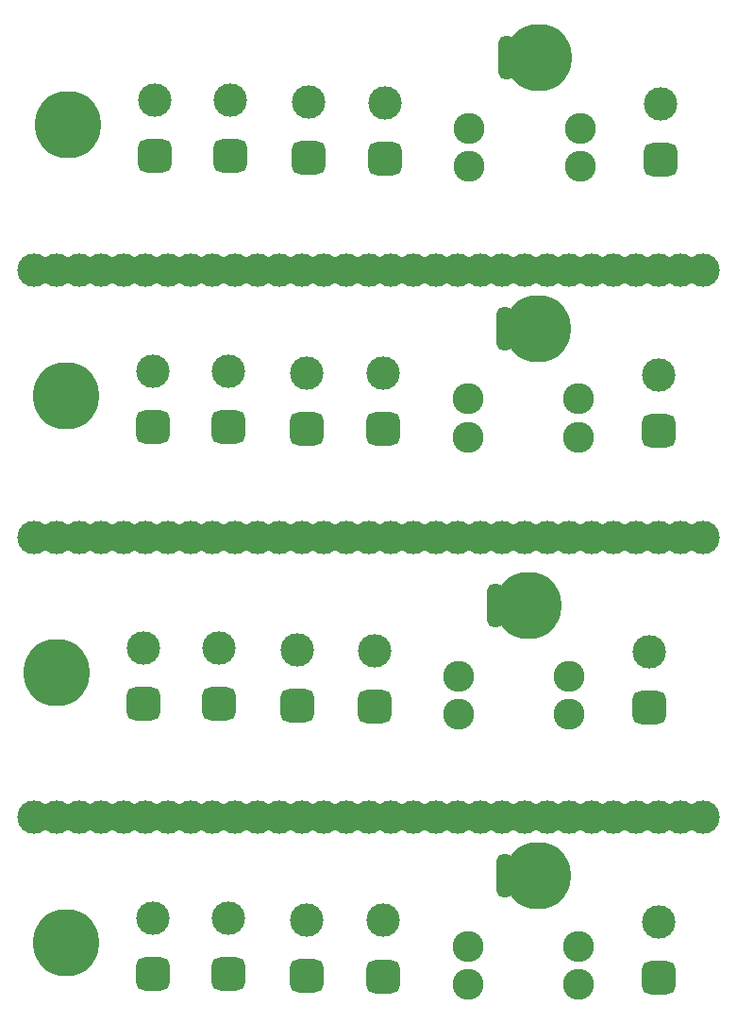
<source format=gbr>
%TF.GenerationSoftware,KiCad,Pcbnew,8.0.6*%
%TF.CreationDate,2024-11-20T20:18:15-05:00*%
%TF.ProjectId,RailsidePDB,5261696c-7369-4646-9550-44422e6b6963,rev?*%
%TF.SameCoordinates,Original*%
%TF.FileFunction,Soldermask,Bot*%
%TF.FilePolarity,Negative*%
%FSLAX46Y46*%
G04 Gerber Fmt 4.6, Leading zero omitted, Abs format (unit mm)*
G04 Created by KiCad (PCBNEW 8.0.6) date 2024-11-20 20:18:15*
%MOMM*%
%LPD*%
G01*
G04 APERTURE LIST*
G04 Aperture macros list*
%AMRoundRect*
0 Rectangle with rounded corners*
0 $1 Rounding radius*
0 $2 $3 $4 $5 $6 $7 $8 $9 X,Y pos of 4 corners*
0 Add a 4 corners polygon primitive as box body*
4,1,4,$2,$3,$4,$5,$6,$7,$8,$9,$2,$3,0*
0 Add four circle primitives for the rounded corners*
1,1,$1+$1,$2,$3*
1,1,$1+$1,$4,$5*
1,1,$1+$1,$6,$7*
1,1,$1+$1,$8,$9*
0 Add four rect primitives between the rounded corners*
20,1,$1+$1,$2,$3,$4,$5,0*
20,1,$1+$1,$4,$5,$6,$7,0*
20,1,$1+$1,$6,$7,$8,$9,0*
20,1,$1+$1,$8,$9,$2,$3,0*%
G04 Aperture macros list end*
%ADD10C,3.000000*%
%ADD11O,6.000000X6.000000*%
%ADD12RoundRect,0.750000X0.750000X-0.750000X0.750000X0.750000X-0.750000X0.750000X-0.750000X-0.750000X0*%
%ADD13O,1.500000X4.000000*%
%ADD14C,2.780000*%
G04 APERTURE END LIST*
D10*
%TO.C,*%
X91000000Y-135000000D03*
%TD*%
%TO.C,*%
X109000000Y-135000000D03*
%TD*%
%TO.C,*%
X113000000Y-135000000D03*
%TD*%
%TO.C,*%
X55000000Y-135000000D03*
%TD*%
%TO.C,*%
X107000000Y-135000000D03*
%TD*%
%TO.C,*%
X111000000Y-135000000D03*
%TD*%
%TO.C,*%
X101000000Y-135000000D03*
%TD*%
%TO.C,*%
X85000000Y-135000000D03*
%TD*%
%TO.C,*%
X99000000Y-135000000D03*
%TD*%
%TO.C,*%
X77000000Y-135000000D03*
%TD*%
%TO.C,*%
X53000000Y-135000000D03*
%TD*%
%TO.C,*%
X63000000Y-135000000D03*
%TD*%
%TO.C,*%
X69000000Y-135000000D03*
%TD*%
%TO.C,*%
X59000000Y-135000000D03*
%TD*%
%TO.C,*%
X79000000Y-135000000D03*
%TD*%
%TO.C,*%
X83000000Y-135000000D03*
%TD*%
%TO.C,*%
X67000000Y-135000000D03*
%TD*%
%TO.C,*%
X61000000Y-135000000D03*
%TD*%
%TO.C,*%
X103000000Y-135000000D03*
%TD*%
%TO.C,*%
X105000000Y-135000000D03*
%TD*%
%TO.C,*%
X87000000Y-135000000D03*
%TD*%
%TO.C,*%
X93000000Y-135000000D03*
%TD*%
%TO.C,*%
X97000000Y-135000000D03*
%TD*%
%TO.C,*%
X81000000Y-135000000D03*
%TD*%
%TO.C,*%
X89000000Y-135000000D03*
%TD*%
%TO.C,*%
X95000000Y-135000000D03*
%TD*%
%TO.C,*%
X75000000Y-135000000D03*
%TD*%
%TO.C,*%
X65000000Y-135000000D03*
%TD*%
%TO.C,*%
X57000000Y-135000000D03*
%TD*%
%TO.C,*%
X71000000Y-135000000D03*
%TD*%
%TO.C,*%
X73000000Y-135000000D03*
%TD*%
%TO.C,*%
X59000000Y-110000000D03*
%TD*%
%TO.C,*%
X61000000Y-110000000D03*
%TD*%
%TO.C,*%
X83000000Y-110000000D03*
%TD*%
%TO.C,*%
X87000000Y-110000000D03*
%TD*%
%TO.C,*%
X93000000Y-110000000D03*
%TD*%
%TO.C,*%
X81000000Y-110000000D03*
%TD*%
%TO.C,*%
X73000000Y-110000000D03*
%TD*%
%TO.C,*%
X67000000Y-110000000D03*
%TD*%
%TO.C,*%
X71000000Y-110000000D03*
%TD*%
%TO.C,*%
X65000000Y-110000000D03*
%TD*%
%TO.C,*%
X89000000Y-110000000D03*
%TD*%
%TO.C,*%
X95000000Y-110000000D03*
%TD*%
%TO.C,*%
X99000000Y-110000000D03*
%TD*%
%TO.C,*%
X79000000Y-110000000D03*
%TD*%
%TO.C,*%
X57000000Y-110000000D03*
%TD*%
%TO.C,*%
X91000000Y-110000000D03*
%TD*%
%TO.C,*%
X103000000Y-110000000D03*
%TD*%
%TO.C,*%
X107000000Y-110000000D03*
%TD*%
%TO.C,*%
X113000000Y-110000000D03*
%TD*%
%TO.C,*%
X85000000Y-110000000D03*
%TD*%
%TO.C,*%
X109000000Y-110000000D03*
%TD*%
%TO.C,*%
X101000000Y-110000000D03*
%TD*%
%TO.C,*%
X77000000Y-110000000D03*
%TD*%
%TO.C,*%
X111000000Y-110000000D03*
%TD*%
%TO.C,*%
X55000000Y-110000000D03*
%TD*%
%TO.C,*%
X97000000Y-110000000D03*
%TD*%
%TO.C,*%
X53000000Y-110000000D03*
%TD*%
%TO.C,*%
X105000000Y-110000000D03*
%TD*%
%TO.C,*%
X75000000Y-110000000D03*
%TD*%
%TO.C,*%
X63000000Y-110000000D03*
%TD*%
%TO.C,*%
X69000000Y-110000000D03*
%TD*%
D11*
%TO.C,*%
X55840000Y-146300000D03*
%TD*%
D12*
%TO.C,BT4*%
X109000000Y-149410000D03*
D10*
X109000000Y-144410000D03*
%TD*%
D12*
%TO.C,BT1*%
X84340000Y-149300000D03*
D10*
X84340000Y-144300000D03*
%TD*%
D12*
%TO.C,BT5*%
X63615000Y-149075000D03*
D10*
X63615000Y-144075000D03*
%TD*%
D12*
%TO.C,BT2*%
X77440000Y-149250000D03*
D10*
X77440000Y-144250000D03*
%TD*%
D13*
%TO.C,SW1*%
X95220000Y-140300000D03*
%TD*%
D12*
%TO.C,BT3*%
X70415000Y-149075000D03*
D10*
X70415000Y-144075000D03*
%TD*%
D14*
%TO.C,Fuse*%
X91880000Y-146600000D03*
X91880000Y-150000000D03*
X101800000Y-146600000D03*
X101800000Y-150000000D03*
%TD*%
D11*
%TO.C,*%
X98145000Y-140300000D03*
%TD*%
%TO.C,*%
X55000000Y-122100000D03*
%TD*%
D12*
%TO.C,BT4*%
X108160000Y-125210000D03*
D10*
X108160000Y-120210000D03*
%TD*%
D12*
%TO.C,BT1*%
X83500000Y-125100000D03*
D10*
X83500000Y-120100000D03*
%TD*%
D12*
%TO.C,BT5*%
X62775000Y-124875000D03*
D10*
X62775000Y-119875000D03*
%TD*%
D12*
%TO.C,BT2*%
X76600000Y-125050000D03*
D10*
X76600000Y-120050000D03*
%TD*%
D13*
%TO.C,SW1*%
X94380000Y-116100000D03*
%TD*%
D12*
%TO.C,BT3*%
X69575000Y-124875000D03*
D10*
X69575000Y-119875000D03*
%TD*%
D14*
%TO.C,Fuse*%
X91040000Y-122400000D03*
X91040000Y-125800000D03*
X100960000Y-122400000D03*
X100960000Y-125800000D03*
%TD*%
D11*
%TO.C,*%
X97305000Y-116100000D03*
%TD*%
%TO.C,*%
X55840000Y-97260000D03*
%TD*%
D12*
%TO.C,BT4*%
X109000000Y-100370000D03*
D10*
X109000000Y-95370000D03*
%TD*%
D12*
%TO.C,BT1*%
X84340000Y-100260000D03*
D10*
X84340000Y-95260000D03*
%TD*%
D12*
%TO.C,BT5*%
X63615000Y-100035000D03*
D10*
X63615000Y-95035000D03*
%TD*%
D12*
%TO.C,BT2*%
X77440000Y-100210000D03*
D10*
X77440000Y-95210000D03*
%TD*%
D13*
%TO.C,SW1*%
X95220000Y-91260000D03*
%TD*%
D12*
%TO.C,BT3*%
X70415000Y-100035000D03*
D10*
X70415000Y-95035000D03*
%TD*%
D14*
%TO.C,Fuse*%
X91880000Y-97560000D03*
X91880000Y-100960000D03*
X101800000Y-97560000D03*
X101800000Y-100960000D03*
%TD*%
D11*
%TO.C,*%
X98145000Y-91260000D03*
%TD*%
%TO.C,*%
X56000000Y-73000000D03*
%TD*%
%TO.C,*%
X98305000Y-67000000D03*
%TD*%
D14*
%TO.C,Fuse*%
X101960000Y-76700000D03*
X101960000Y-73300000D03*
X92040000Y-76700000D03*
X92040000Y-73300000D03*
%TD*%
D10*
%TO.C,BT5*%
X63775000Y-70775000D03*
D12*
X63775000Y-75775000D03*
%TD*%
D10*
%TO.C,BT4*%
X109160000Y-71110000D03*
D12*
X109160000Y-76110000D03*
%TD*%
D10*
%TO.C,BT3*%
X70575000Y-70775000D03*
D12*
X70575000Y-75775000D03*
%TD*%
D10*
%TO.C,BT2*%
X77600000Y-70950000D03*
D12*
X77600000Y-75950000D03*
%TD*%
D10*
%TO.C,BT1*%
X84500000Y-71000000D03*
D12*
X84500000Y-76000000D03*
%TD*%
D13*
%TO.C,SW1*%
X95380000Y-67000000D03*
%TD*%
D10*
%TO.C,*%
X65000000Y-86000000D03*
%TD*%
%TO.C,*%
X83000000Y-86000000D03*
%TD*%
%TO.C,*%
X73000000Y-86000000D03*
%TD*%
%TO.C,*%
X59000000Y-86000000D03*
%TD*%
%TO.C,*%
X61000000Y-86000000D03*
%TD*%
%TO.C,*%
X69000000Y-86000000D03*
%TD*%
%TO.C,*%
X87000000Y-86000000D03*
%TD*%
%TO.C,*%
X93000000Y-86000000D03*
%TD*%
%TO.C,*%
X81000000Y-86000000D03*
%TD*%
%TO.C,*%
X67000000Y-86000000D03*
%TD*%
%TO.C,*%
X71000000Y-86000000D03*
%TD*%
%TO.C,*%
X89000000Y-86000000D03*
%TD*%
%TO.C,*%
X95000000Y-86000000D03*
%TD*%
%TO.C,*%
X63000000Y-86000000D03*
%TD*%
%TO.C,*%
X99000000Y-86000000D03*
%TD*%
%TO.C,*%
X79000000Y-86000000D03*
%TD*%
%TO.C,*%
X57000000Y-86000000D03*
%TD*%
%TO.C,*%
X91000000Y-86000000D03*
%TD*%
%TO.C,*%
X103000000Y-86000000D03*
%TD*%
%TO.C,*%
X107000000Y-86000000D03*
%TD*%
%TO.C,*%
X101000000Y-86000000D03*
%TD*%
%TO.C,*%
X77000000Y-86000000D03*
%TD*%
%TO.C,*%
X113000000Y-86000000D03*
%TD*%
%TO.C,*%
X85000000Y-86000000D03*
%TD*%
%TO.C,*%
X109000000Y-86000000D03*
%TD*%
%TO.C,*%
X111000000Y-86000000D03*
%TD*%
%TO.C,*%
X55000000Y-86000000D03*
%TD*%
%TO.C,*%
X97000000Y-86000000D03*
%TD*%
%TO.C,*%
X53000000Y-86000000D03*
%TD*%
%TO.C,*%
X105000000Y-86000000D03*
%TD*%
%TO.C,*%
X75000000Y-86000000D03*
%TD*%
M02*

</source>
